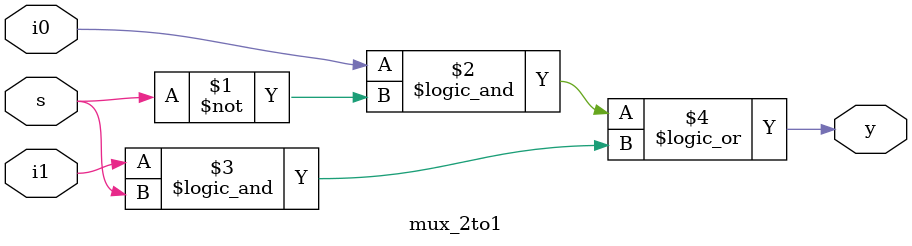
<source format=v>
module mux_2to1 (i0, i1, s, y);
    input i0, i1, s;
	 output y;
	 
	assign y = (i0 && ~s) || (i1 && s);
	
	endmodule
</source>
